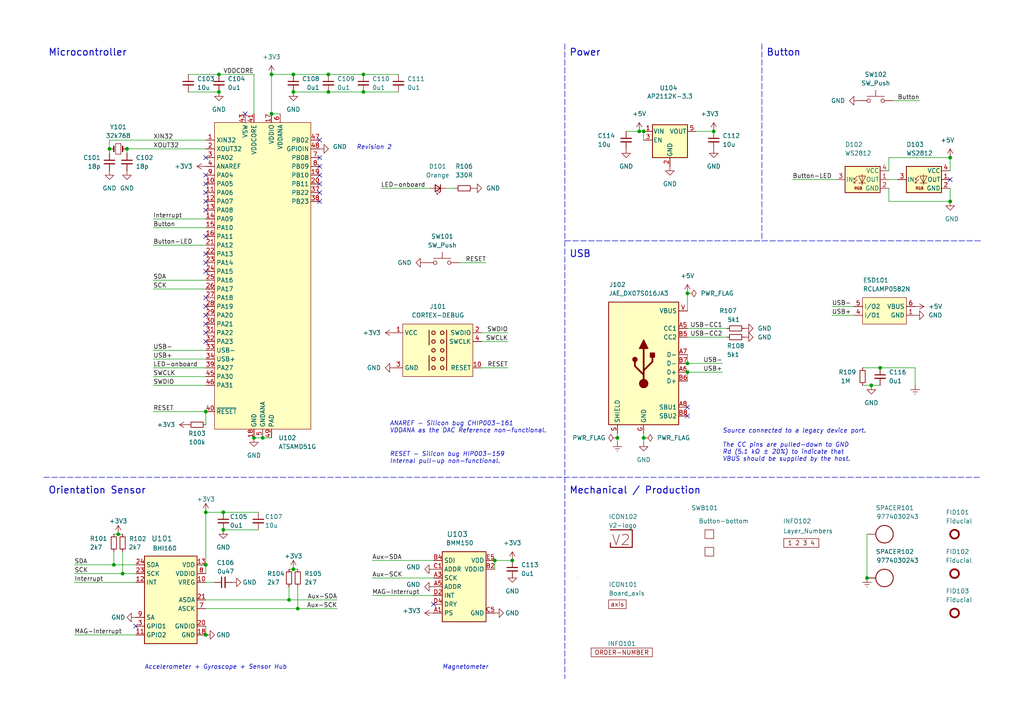
<source format=kicad_sch>
(kicad_sch (version 20231120) (generator "eeschema") (generator_version "8.0")
  (paper "A4")
  (title_block (title "V2 axis") (date "2023-01-07") (rev "2") (company "Versio Duo") (comment 1 "Orientation Sensor"))
  (lib_symbols
    (symbol "Device:C_Small" (pin_numbers hide) (pin_names (offset 0.254) hide)
      (property "Reference" "C" (at 0.254 1.778 0))
      (property "Value" "C_Small" (at 0.254 -2.032 0))
      (symbol "C_Small_0_1"
        (polyline (pts (xy -1.524 -0.508) (xy 1.524 -0.508)) (stroke (width 0.3302)))
        (polyline (pts (xy -1.524 0.508) (xy 1.524 0.508)) (stroke (width 0.3048)))
      )
      (symbol "C_Small_1_1"
        (pin passive line (at 0 2.54 270) (length 2.032) (name "~") (number "1"))
        (pin passive line (at 0 -2.54 90) (length 2.032) (name "~") (number "2"))
      )
    )
    (symbol "Device:Crystal_Small" (pin_numbers hide) (pin_names (offset 1.016) hide)
      (property "Reference" "Y" (at 0 2.54 0))
      (property "Value" "Crystal_Small" (at 0 -2.54 0))
      (symbol "Crystal_Small_0_1"
        (rectangle (start -0.762 -1.524) (end 0.762 1.524))
        (polyline (pts (xy -1.27 -0.762) (xy -1.27 0.762)) (stroke (width 0.381)))
        (polyline (pts (xy 1.27 -0.762) (xy 1.27 0.762)) (stroke (width 0.381)))
      )
      (symbol "Crystal_Small_1_1"
        (pin passive line (at -2.54 0 0) (length 1.27) (name "1") (number "1"))
        (pin passive line (at 2.54 0 180) (length 1.27) (name "2") (number "2"))
      )
    )
    (symbol "Device:LED_Small" (pin_numbers hide) (pin_names (offset 0.254) hide)
      (property "Reference" "D" (at -1.27 3.175 0))
      (property "Value" "LED_Small" (at -4.445 -2.54 0))
      (symbol "LED_Small_0_1"
        (polyline (pts (xy -0.762 -1.016) (xy -0.762 1.016)) (stroke (width 0.254)))
        (polyline (pts (xy 1.016 0) (xy -0.762 0)))
        (polyline (pts (xy 0.762 -1.016) (xy -0.762 0) (xy 0.762 1.016) (xy 0.762 -1.016)) (stroke (width 0.254)))
        (polyline (pts (xy 0 0.762) (xy -0.508 1.27) (xy -0.254 1.27) (xy -0.508 1.27) (xy -0.508 1.016)))
        (polyline (pts (xy 0.508 1.27) (xy 0 1.778) (xy 0.254 1.778) (xy 0 1.778) (xy 0 1.524)))
      )
      (symbol "LED_Small_1_1"
        (pin passive line (at -2.54 0 0) (length 1.778) (name "K") (number "1"))
        (pin passive line (at 2.54 0 180) (length 1.778) (name "A") (number "2"))
      )
    )
    (symbol "Device:R_Small" (pin_numbers hide) (pin_names (offset 0.254) hide)
      (property "Reference" "R" (at 0.762 0.508 0))
      (property "Value" "R_Small" (at 0.762 -1.016 0))
      (symbol "R_Small_0_1"
        (rectangle (start -0.762 1.778) (end 0.762 -1.778) (stroke (width 0.2032)))
      )
      (symbol "R_Small_1_1"
        (pin passive line (at 0 2.54 270) (length 0.762) (name "~") (number "1"))
        (pin passive line (at 0 -2.54 90) (length 0.762) (name "~") (number "2"))
      )
    )
    (symbol "Regulator_Linear:AP2112K-3.3" (pin_names (offset 0.254))
      (property "Reference" "U" (at -5.08 5.715 0))
      (property "Value" "AP2112K-3.3" (at 0 5.715 0))
      (symbol "AP2112K-3.3_0_1"
        (rectangle (start -5.08 4.445) (end 5.08 -5.08) (stroke (width 0.254)) (fill (type background)))
      )
      (symbol "AP2112K-3.3_1_1"
        (pin power_in line (at -7.62 2.54 0) (length 2.54) (name "VIN") (number "1"))
        (pin power_in line (at 0 -7.62 90) (length 2.54) (name "GND") (number "2"))
        (pin input line (at -7.62 0 0) (length 2.54) (name "EN") (number "3"))
        (pin no_connect line (at 5.08 0 180) (length 2.54) hide (name "NC") (number "4"))
        (pin power_out line (at 7.62 2.54 180) (length 2.54) (name "VOUT") (number "5"))
      )
    )
    (symbol "Switch:SW_Push" (pin_numbers hide) (pin_names (offset 1.016) hide)
      (property "Reference" "SW" (at 1.27 2.54 0))
      (property "Value" "SW_Push" (at 0 -1.524 0))
      (symbol "SW_Push_0_1"
        (circle (center -2.032 0) (radius 0.508))
        (polyline (pts (xy 0 1.27) (xy 0 3.048)))
        (polyline (pts (xy 2.54 1.27) (xy -2.54 1.27)))
        (circle (center 2.032 0) (radius 0.508))
        (pin passive line (at -5.08 0 0) (length 2.54) (name "1") (number "1"))
        (pin passive line (at 5.08 0 180) (length 2.54) (name "2") (number "2"))
      )
    )
    (symbol "V2_Artwork:Board_axis" (in_bom no)
      (property "Reference" "ICON" (at 0 2.54 0))
      (symbol "Board_axis_0_0"
        (rectangle (start -11.43 7.62) (end -11.43 7.62))
        (rectangle (start 2.54 -1.27) (end -2.54 1.27))
        (text "axis" (at 0 0 0) (effects (font (size 1.27 1.27))))
      )
    )
    (symbol "V2_Artwork:V2-logo" (in_bom no)
      (property "Reference" "ICON" (at -3.302 3.81 0))
      (symbol "V2-logo_1_0"
        (polyline (pts (xy -3.302 2.54) (xy 3.048 2.54) (xy 3.048 -2.54) (xy -3.302 -2.54) (xy -3.302 -1.27)) (stroke (width 0.3)))
        (text "V2" (at -0.2055 -0.4053 0) (effects (font (size 3 3))))
      )
    )
    (symbol "V2_Bosch_Sensortec:BHI160"
      (property "Reference" "U" (at 0 17.78 0))
      (property "Value" "BHI160" (at 0 15.24 0))
      (symbol "BHI160_1_1"
        (rectangle (start -7.62 12.7) (end 7.62 -12.7) (stroke (width 0.254)) (fill (type background)))
        (pin no_connect line (at 0 -20.32 180) (length 2.54) hide (name "NC") (number "1"))
        (pin power_out line (at 10.16 5.08 180) (length 2.54) (name "VREG") (number "10"))
        (pin bidirectional line (at -10.16 -10.16 0) (length 2.54) (name "GPIO2") (number "11"))
        (pin output line (at -10.16 5.08 0) (length 2.54) (name "INT") (number "12"))
        (pin power_in line (at 10.16 10.16 180) (length 2.54) (name "VDD") (number "13"))
        (pin no_connect line (at 0 -33.02 180) (length 2.54) hide (name "NC") (number "14"))
        (pin no_connect line (at 0 -35.56 180) (length 2.54) hide (name "NC") (number "15"))
        (pin no_connect line (at 0 -38.1 180) (length 2.54) hide (name "NC") (number "16"))
        (pin no_connect line (at 0 -40.64 180) (length 2.54) hide (name "NC") (number "17"))
        (pin power_in line (at 10.16 -10.16 180) (length 2.54) (name "GND") (number "18"))
        (pin no_connect line (at 0 -43.18 180) (length 2.54) hide (name "NC") (number "19"))
        (pin no_connect line (at 0 -22.86 180) (length 2.54) hide (name "DNC") (number "2"))
        (pin power_in line (at 10.16 -7.62 180) (length 2.54) (name "GNDIO") (number "20"))
        (pin bidirectional line (at 10.16 0 180) (length 2.54) (name "ASDA") (number "21"))
        (pin no_connect line (at 0 -45.72 180) (length 2.54) hide (name "RESV4") (number "22"))
        (pin bidirectional line (at -10.16 7.62 0) (length 2.54) (name "SCK") (number "23"))
        (pin bidirectional line (at -10.16 10.16 0) (length 2.54) (name "SDA") (number "24"))
        (pin bidirectional line (at -10.16 -7.62 0) (length 2.54) (name "GPIO1") (number "3"))
        (pin no_connect line (at 0 -25.4 180) (length 2.54) hide (name "RESV2") (number "4"))
        (pin no_connect line (at 0 -27.94 180) (length 2.54) hide (name "RESV3") (number "5"))
        (pin no_connect line (at 0 -30.48 180) (length 2.54) hide (name "NC") (number "6"))
        (pin bidirectional line (at 10.16 -2.54 180) (length 2.54) (name "ASCK") (number "7"))
        (pin power_in line (at 10.16 7.62 180) (length 2.54) (name "VDDIO") (number "8"))
        (pin passive line (at -10.16 -5.08 0) (length 2.54) (name "SA") (number "9"))
      )
    )
    (symbol "V2_Bosch_Sensortec:BMM150"
      (property "Reference" "U" (at 0 16.51 0))
      (property "Value" "BMM150" (at 0 13.97 0))
      (symbol "BMM150_1_1"
        (rectangle (start -6.35 11.43) (end 6.35 -8.89) (stroke (width 0.254)) (fill (type background)))
        (pin passive line (at -8.89 -6.35 0) (length 2.54) (name "PS") (number "A1"))
        (pin input line (at -8.89 3.81 0) (length 2.54) (name "SCK") (number "A3"))
        (pin passive line (at -8.89 1.27 0) (length 2.54) (name "CSB") (number "A5") (alternate "ADDR" passive line))
        (pin power_in line (at 8.89 6.35 180) (length 2.54) (name "VDDIO") (number "B2"))
        (pin bidirectional line (at -8.89 8.89 0) (length 2.54) (name "SDI") (number "B4"))
        (pin bidirectional line (at -8.89 6.35 0) (length 2.54) (name "SDO") (number "C1") (alternate "ADDR" passive line))
        (pin power_in line (at 8.89 -6.35 180) (length 2.54) (name "GND") (number "C5"))
        (pin output line (at -8.89 -1.27 0) (length 2.54) (name "INT") (number "D2"))
        (pin output line (at -8.89 -3.81 0) (length 2.54) (name "DRY") (number "D4"))
        (pin passive line (at 8.89 -6.35 180) (length 2.54) hide (name "GND") (number "E1"))
        (pin passive line (at 8.89 -6.35 180) (length 2.54) hide (name "GND") (number "E3"))
        (pin power_in line (at 8.89 8.89 180) (length 2.54) (name "VDD") (number "E5"))
      )
    )
    (symbol "V2_Connector_USB:JAE_DX07S016JA3"
      (property "Reference" "J" (at -10.16 22.86 0))
      (property "Value" "USB-C_2.0" (at -10.16 20.5 0))
      (symbol "JAE_DX07S016JA3_0_1"
        (rectangle (start -10.16 17.78) (end 10.16 -17.78) (stroke (width 0.254)) (fill (type background)))
        (circle (center -2.54 1.143) (radius 0.635) (stroke (width 0.254)) (fill (type outline)))
        (circle (center 0 -5.842) (radius 1.27) (fill (type outline)))
        (polyline (pts (xy 0 -5.842) (xy 0 4.318)) (stroke (width 0.508)))
        (polyline (pts (xy 0 -3.302) (xy -2.54 -0.762) (xy -2.54 0.508)) (stroke (width 0.508)))
        (polyline (pts (xy 0 -2.032) (xy 2.54 0.508) (xy 2.54 1.778)) (stroke (width 0.508)))
        (polyline (pts (xy -1.27 4.318) (xy 0 6.858) (xy 1.27 4.318) (xy -1.27 4.318)) (stroke (width 0.254)) (fill (type outline)))
        (rectangle (start 1.905 1.778) (end 3.175 3.048) (stroke (width 0.254)) (fill (type outline)))
      )
      (symbol "JAE_DX07S016JA3_1_1"
        (pin bidirectional line (at 12.7 10.16 180) (length 2.54) (name "CC1") (number "A5"))
        (pin bidirectional line (at 12.7 -2.54 180) (length 2.54) (name "D+") (number "A6"))
        (pin bidirectional line (at 12.7 2.54 180) (length 2.54) (name "D-") (number "A7"))
        (pin bidirectional line (at 12.7 -12.7 180) (length 2.54) (name "SBU1") (number "A8"))
        (pin bidirectional line (at 12.7 7.62 180) (length 2.54) (name "CC2") (number "B5"))
        (pin bidirectional line (at 12.7 -5.08 180) (length 2.54) (name "D+") (number "B6"))
        (pin bidirectional line (at 12.7 0 180) (length 2.54) (name "D-") (number "B7"))
        (pin bidirectional line (at 12.7 -15.24 180) (length 2.54) (name "SBU2") (number "B8"))
        (pin passive line (at 0 -20.32 90) (length 2.54) (name "GND") (number "G"))
        (pin passive line (at -7.62 -20.32 90) (length 2.54) (name "SHIELD") (number "S"))
        (pin passive line (at 12.7 15.24 180) (length 2.54) (name "VBUS") (number "V"))
      )
    )
    (symbol "V2_Cortex_Debug:Cortex_Debug" (in_bom no)
      (property "Reference" "J" (at -8.89 11.43 0))
      (property "Value" "Cortex_Debug" (at -8.89 8.89 0))
      (symbol "Cortex_Debug_1_0"
        (circle (center 0 -5.08) (radius 0.508) (stroke (width 0.254)))
        (circle (center 0 -2.54) (radius 0.508) (stroke (width 0.254)))
        (polyline (pts (xy -1.27 -1.524) (xy -1.27 -5.842)) (stroke (width 0.254)))
        (polyline (pts (xy -1.27 5.842) (xy -1.27 1.524)) (stroke (width 0.254)))
        (polyline (pts (xy 3.81 -5.842) (xy 3.81 5.842)) (stroke (width 0.254)))
        (circle (center 0 0) (radius 0.508) (stroke (width 0.254)))
        (circle (center 0 2.54) (radius 0.508) (stroke (width 0.254)))
        (circle (center 0 5.08) (radius 0.508) (stroke (width 0.254)))
        (circle (center 2.54 -5.08) (radius 0.508) (stroke (width 0.254)))
        (circle (center 2.54 -2.54) (radius 0.508) (stroke (width 0.254)))
        (circle (center 2.54 0) (radius 0.508) (stroke (width 0.254)))
        (circle (center 2.54 2.54) (radius 0.508) (stroke (width 0.254)))
        (circle (center 2.54 5.08) (radius 0.508) (stroke (width 0.254)))
        (pin power_in line (at -11.43 5.08 0) (length 2.54) (name "VCC") (number "1"))
        (pin input line (at 13.97 -5.08 180) (length 2.54) (name "RESET") (number "10"))
        (pin bidirectional line (at 13.97 5.08 180) (length 2.54) (name "SWDIO") (number "2"))
        (pin power_in line (at -11.43 -5.08 0) (length 2.54) (name "GND") (number "3"))
        (pin input line (at 13.97 2.54 180) (length 2.54) (name "SWCLK") (number "4"))
        (pin passive line (at -11.43 -5.08 0) (length 2.54) hide (name "GND") (number "5"))
      )
      (symbol "Cortex_Debug_1_1"
        (rectangle (start -8.89 7.62) (end 11.43 -7.62) (fill (type background)))
      )
    )
    (symbol "V2_ESD_Suppressor:RCLAMP0582N"
      (property "Reference" "ESD" (at -6.35 6.35 0))
      (property "Value" "RCLAMP0582N" (at -6.35 3.81 0))
      (symbol "RCLAMP0582N_0_1"
        (rectangle (start -6.35 2.54) (end 6.35 -5.08) (fill (type background)))
      )
      (symbol "RCLAMP0582N_1_0"
        (pin power_in line (at 8.89 -2.54 180) (length 2.54) (name "GND") (number "1"))
        (pin no_connect line (at 2.54 -10.16 0) (length 2.54) hide (name "") (number "3"))
        (pin bidirectional line (at -8.89 -2.54 0) (length 2.54) (name "I/O1") (number "4"))
        (pin bidirectional line (at -8.89 0 0) (length 2.54) (name "I/O2") (number "5"))
        (pin power_in line (at 8.89 0 180) (length 2.54) (name "VBUS") (number "6"))
      )
      (symbol "RCLAMP0582N_1_1"
        (pin no_connect line (at 2.54 -7.62 0) (length 2.54) hide (name "") (number "2"))
      )
    )
    (symbol "V2_LED:WS2812" (pin_names (offset 0.254))
      (property "Reference" "D3" (at 0 11.43 0))
      (property "Value" "WS2812" (at 0 8.89 0))
      (symbol "WS2812_0_0"
        (text "RGB" (at -1.27 -1.27 0) (effects (font (size 0.762 0.762))))
      )
      (symbol "WS2812_0_1"
        (rectangle (start -5.08 5.08) (end 5.08 -2.54) (stroke (width 0.254)) (fill (type background)))
        (polyline (pts (xy -2.54 0.254) (xy -2.032 0.254)))
        (polyline (pts (xy -2.54 1.27) (xy -2.032 1.27)))
        (polyline (pts (xy 0.889 0.254) (xy -1.143 0.254)))
        (polyline (pts (xy -1.524 1.27) (xy -2.54 0.254) (xy -2.54 0.762)))
        (polyline (pts (xy -1.524 2.286) (xy -2.54 1.27) (xy -2.54 1.778)))
        (polyline (pts (xy -0.127 2.794) (xy -0.127 0.254) (xy -0.127 -0.254)))
        (polyline (pts (xy 0.889 2.286) (xy -1.143 2.286) (xy -0.127 0.254) (xy 0.889 2.286)))
      )
      (symbol "WS2812_1_1"
        (pin output line (at 7.62 1.27 180) (length 2.54) (name "OUT") (number "1"))
        (pin power_in line (at 7.62 -1.27 180) (length 2.54) (name "GND") (number "2"))
        (pin input line (at -7.62 1.27 0) (length 2.54) (name "IN") (number "3"))
        (pin power_in line (at 7.62 3.81 180) (length 2.54) (name "VCC") (number "4"))
      )
    )
    (symbol "V2_MCU_Microchip_SAMD:ATSAMD51G"
      (property "Reference" "U" (at 8.8392 -47.2948 0))
      (property "Value" "ATSAMD51G" (at 13.8684 -51.8668 0))
      (symbol "ATSAMD51G_0_1"
        (rectangle (start -13.97 44.45) (end 13.97 -44.45) (fill (type background)))
      )
      (symbol "ATSAMD51G_1_1"
        (pin bidirectional line (at -16.51 39.37 0) (length 2.54) (name "PA00") (number "1") (alternate "XIN32" input line))
        (pin bidirectional line (at -16.51 26.67 0) (length 2.54) (name "PA05") (number "10"))
        (pin bidirectional line (at -16.51 24.13 0) (length 2.54) (name "PA06") (number "11"))
        (pin bidirectional line (at -16.51 21.59 0) (length 2.54) (name "PA07") (number "12"))
        (pin bidirectional line (at -16.51 19.05 0) (length 2.54) (name "PA08") (number "13"))
        (pin bidirectional line (at -16.51 16.51 0) (length 2.54) (name "PA09") (number "14"))
        (pin bidirectional line (at -16.51 13.97 0) (length 2.54) (name "PA10") (number "15"))
        (pin bidirectional line (at -16.51 11.43 0) (length 2.54) (name "PA11") (number "16"))
        (pin power_in line (at 2.54 46.99 270) (length 2.54) (name "VDDIO") (number "17"))
        (pin power_in line (at -2.54 -46.99 90) (length 2.54) (name "GND") (number "18"))
        (pin bidirectional line (at 16.51 29.21 180) (length 2.54) (name "PB10") (number "19"))
        (pin bidirectional line (at -16.51 36.83 0) (length 2.54) (name "PA01") (number "2") (alternate "XOUT32" output line))
        (pin bidirectional line (at 16.51 26.67 180) (length 2.54) (name "PB11") (number "20"))
        (pin bidirectional line (at -16.51 8.89 0) (length 2.54) (name "PA12") (number "21"))
        (pin bidirectional line (at -16.51 6.35 0) (length 2.54) (name "PA13") (number "22"))
        (pin bidirectional line (at -16.51 3.81 0) (length 2.54) (name "PA14") (number "23"))
        (pin bidirectional line (at -16.51 1.27 0) (length 2.54) (name "PA15") (number "24"))
        (pin bidirectional line (at -16.51 -1.27 0) (length 2.54) (name "PA16") (number "25"))
        (pin bidirectional line (at -16.51 -3.81 0) (length 2.54) (name "PA17") (number "26"))
        (pin bidirectional line (at -16.51 -6.35 0) (length 2.54) (name "PA18") (number "27"))
        (pin bidirectional line (at -16.51 -8.89 0) (length 2.54) (name "PA19") (number "28"))
        (pin bidirectional line (at -16.51 -11.43 0) (length 2.54) (name "PA20") (number "29"))
        (pin bidirectional line (at -16.51 34.29 0) (length 2.54) (name "PA02") (number "3"))
        (pin bidirectional line (at -16.51 -13.97 0) (length 2.54) (name "PA21") (number "30"))
        (pin bidirectional line (at -16.51 -16.51 0) (length 2.54) (name "PA22") (number "31"))
        (pin bidirectional line (at -16.51 -19.05 0) (length 2.54) (name "PA23") (number "32"))
        (pin bidirectional line (at -16.51 -21.59 0) (length 2.54) (name "PA24") (number "33") (alternate "USB-" bidirectional line))
        (pin bidirectional line (at -16.51 -24.13 0) (length 2.54) (name "PA25") (number "34") (alternate "USB+" bidirectional line))
        (pin passive line (at -2.54 -46.99 90) (length 2.54) hide (name "GND") (number "35"))
        (pin passive line (at 2.54 46.99 270) (length 2.54) hide (name "VDDIO") (number "36"))
        (pin bidirectional line (at 16.51 24.13 180) (length 2.54) (name "PB22") (number "37"))
        (pin bidirectional line (at 16.51 21.59 180) (length 2.54) (name "PB23") (number "38"))
        (pin bidirectional line (at -16.51 -26.67 0) (length 2.54) (name "PA27") (number "39"))
        (pin bidirectional line (at -16.51 31.75 0) (length 2.54) (name "PA03") (number "4") (alternate "ANAREF" input line))
        (pin input line (at -16.51 -39.37 0) (length 2.54) (name "~{RESET}") (number "40"))
        (pin power_out line (at -2.54 46.99 270) (length 2.54) (name "VDDCORE") (number "41"))
        (pin passive line (at -2.54 -46.99 90) (length 2.54) hide (name "GND") (number "42"))
        (pin power_in line (at -5.08 46.99 270) (length 2.54) (name "VSW") (number "43"))
        (pin passive line (at 2.54 46.99 270) (length 2.54) hide (name "VDDIO") (number "44"))
        (pin bidirectional line (at -16.51 -29.21 0) (length 2.54) (name "PA30") (number "45"))
        (pin bidirectional line (at -16.51 -31.75 0) (length 2.54) (name "PA31") (number "46"))
        (pin bidirectional line (at 16.51 39.37 180) (length 2.54) (name "PB02") (number "47"))
        (pin bidirectional line (at 16.51 36.83 180) (length 2.54) (name "PB03") (number "48") (alternate "GPIOIN" input line))
        (pin power_in line (at 2.54 -46.99 90) (length 2.54) (name "PAD") (number "49"))
        (pin power_in line (at 0 -46.99 90) (length 2.54) (name "GNDANA") (number "5"))
        (pin power_in line (at 5.08 46.99 270) (length 2.54) (name "VDDANA") (number "6"))
        (pin bidirectional line (at 16.51 34.29 180) (length 2.54) (name "PB08") (number "7"))
        (pin bidirectional line (at 16.51 31.75 180) (length 2.54) (name "PB09") (number "8"))
        (pin bidirectional line (at -16.51 29.21 0) (length 2.54) (name "PA04") (number "9"))
      )
    )
    (symbol "V2_Mechanical:Fiducial_Paste" (in_bom no)
      (property "Reference" "FID" (at 0 5.08 0))
      (property "Value" "Fiducial_Paste" (at 0 3.175 0))
      (symbol "Fiducial_Paste_0_1"
        (circle (center 0 0) (radius 1.27) (stroke (width 0.508)))
      )
    )
    (symbol "V2_PCB_Devices:Button-bottom" (in_bom no)
      (property "Reference" "SWB1" (at -2.54 3.81 0))
      (property "Value" "Button-bottom" (at -6.35 -3.81 0))
      (symbol "Button-bottom_0_1"
        (rectangle (start -3.81 1.27) (end -1.27 -1.27))
        (rectangle (start 1.27 1.27) (end 3.81 -1.27))
      )
    )
    (symbol "V2_Production:Layer_Numbers" (in_bom no)
      (property "Reference" "INFO" (at 0 3.81 0))
      (property "Value" "Layer_Numbers" (at 0 -3.81 0))
      (symbol "Layer_Numbers_0_0"
        (text "1 2 3 4" (at 0 0 0) (effects (font (size 1.27 1.27))))
      )
      (symbol "Layer_Numbers_0_1"
        (rectangle (start -5.08 1.27) (end 5.08 -1.27))
      )
    )
    (symbol "V2_Production:Order_Number" (in_bom no)
      (property "Reference" "INFO" (at 0 2.54 0))
      (symbol "Order_Number_0_0"
        (text "ORDER-NUMBER" (at 0 0 0) (effects (font (size 1.27 1.27))))
      )
      (symbol "Order_Number_0_1"
        (rectangle (start -8.89 1.27) (end 8.89 -1.27))
      )
    )
    (symbol "V2_Spacer_Wurth:9774030243" (pin_numbers hide) (pin_names hide)
      (property "Reference" "SPACER" (at 0 7.62 0))
      (property "Value" "9774030243" (at 0 5.08 0))
      (symbol "9774030243_1_0"
        (circle (center 0 0) (radius 2.54) (stroke (width 0.254)))
        (pin passive line (at -5.08 0 0) (length 2.54) (name "1") (number "1"))
      )
    )
    (symbol "power:+3V3" (power) (pin_names (offset 0))
      (property "Value" "+3V3" (at 0 3.556 0))
      (symbol "+3V3_0_1"
        (polyline (pts (xy -0.762 1.27) (xy 0 2.54)))
        (polyline (pts (xy 0 0) (xy 0 2.54)))
        (polyline (pts (xy 0 2.54) (xy 0.762 1.27)))
      )
      (symbol "+3V3_1_1"
        (pin power_in line (at 0 0 90) (length 0) hide (name "+3V3") (number "1"))
      )
    )
    (symbol "power:+5V" (power) (pin_names (offset 0))
      (property "Value" "+5V" (at 0 3.556 0))
      (symbol "+5V_0_1"
        (polyline (pts (xy -0.762 1.27) (xy 0 2.54)))
        (polyline (pts (xy 0 0) (xy 0 2.54)))
        (polyline (pts (xy 0 2.54) (xy 0.762 1.27)))
      )
      (symbol "+5V_1_1"
        (pin power_in line (at 0 0 90) (length 0) hide (name "+5V") (number "1"))
      )
    )
    (symbol "power:Earth" (power) (pin_names (offset 0))
      (symbol "Earth_0_1"
        (polyline (pts (xy -0.635 -1.905) (xy 0.635 -1.905)))
        (polyline (pts (xy -0.127 -2.54) (xy 0.127 -2.54)))
        (polyline (pts (xy 0 -1.27) (xy 0 0)))
        (polyline (pts (xy 1.27 -1.27) (xy -1.27 -1.27)))
      )
      (symbol "Earth_1_1"
        (pin power_in line (at 0 0 270) (length 0) hide (name "Earth") (number "1"))
      )
    )
    (symbol "power:GND" (power) (pin_names (offset 0))
      (property "Value" "GND" (at 0 -3.81 0))
      (symbol "GND_0_1"
        (polyline (pts (xy 0 0) (xy 0 -1.27) (xy 1.27 -1.27) (xy 0 -2.54) (xy -1.27 -1.27) (xy 0 -1.27)))
      )
      (symbol "GND_1_1"
        (pin power_in line (at 0 0 270) (length 0) hide (name "GND") (number "1"))
      )
    )
    (symbol "power:PWR_FLAG" (power) (pin_numbers hide) (pin_names (offset 0) hide)
      (property "Value" "PWR_FLAG" (at 0 3.81 0))
      (symbol "PWR_FLAG_0_0"
        (pin power_out line (at 0 0 90) (length 0) (name "pwr") (number "1"))
      )
      (symbol "PWR_FLAG_0_1"
        (polyline (pts (xy 0 0) (xy 0 1.27) (xy -1.016 1.905) (xy 0 2.54) (xy 1.016 1.905) (xy 0 1.27)))
      )
    )
  )
  (junction (at 83.82 173.99))
  (junction (at 59.69 163.83))
  (junction (at 95.25 21.59))
  (junction (at 34.29 154.94))
  (junction (at 59.69 119.38))
  (junction (at 252.73 111.76))
  (junction (at 76.2 127))
  (junction (at 275.59 58.42))
  (junction (at 63.5 21.59))
  (junction (at 186.69 127))
  (junction (at 251.46 167.64))
  (junction (at 85.09 26.67))
  (junction (at 64.77 148.59))
  (junction (at 105.41 26.67))
  (junction (at 73.66 127))
  (junction (at 199.39 105.41))
  (junction (at 36.83 43.18))
  (junction (at 199.39 85.09))
  (junction (at 64.77 153.67))
  (junction (at 85.09 165.1))
  (junction (at 105.41 21.59))
  (junction (at 148.59 162.56))
  (junction (at 85.09 21.59))
  (junction (at 95.25 26.67))
  (junction (at 255.27 106.68))
  (junction (at 33.02 163.83))
  (junction (at 143.51 162.56))
  (junction (at 31.75 43.18))
  (junction (at 185.42 38.1))
  (junction (at 275.59 45.72))
  (junction (at 78.74 21.59))
  (junction (at 86.36 176.53))
  (junction (at 179.07 127))
  (junction (at 59.69 184.15))
  (junction (at 63.5 26.67))
  (junction (at 186.69 38.1))
  (junction (at 207.01 38.1))
  (junction (at 199.39 107.95))
  (junction (at 35.56 166.37))
  (junction (at 59.69 148.59))
  (junction (at 78.74 33.02))
  (no_connect (at 39.37 181.61))
  (no_connect (at 59.69 88.9))
  (no_connect (at 275.59 52.07))
  (no_connect (at 199.39 118.11))
  (no_connect (at 199.39 120.65))
  (no_connect (at 59.69 53.34))
  (no_connect (at 59.69 55.88))
  (no_connect (at 59.69 58.42))
  (no_connect (at 59.69 60.96))
  (no_connect (at 59.69 68.58))
  (no_connect (at 59.69 50.8))
  (no_connect (at 59.69 45.72))
  (no_connect (at 59.69 78.74))
  (no_connect (at 59.69 76.2))
  (no_connect (at 59.69 73.66))
  (no_connect (at 59.69 86.36))
  (no_connect (at 92.71 50.8))
  (no_connect (at 92.71 53.34))
  (no_connect (at 92.71 58.42))
  (no_connect (at 92.71 55.88))
  (no_connect (at 92.71 48.26))
  (no_connect (at 92.71 45.72))
  (no_connect (at 92.71 40.64))
  (no_connect (at 125.73 175.26))
  (no_connect (at 71.12 33.02))
  (no_connect (at 59.69 96.52))
  (no_connect (at 59.69 93.98))
  (no_connect (at 59.69 91.44))
  (no_connect (at 59.69 99.06))
  (wire (pts (xy 86.36 176.53) (xy 97.79 176.53)))
  (wire (pts (xy 186.69 127) (xy 186.69 125.73)))
  (wire (pts (xy 252.73 111.76) (xy 255.27 111.76)))
  (wire (pts (xy 181.61 38.1) (xy 185.42 38.1)))
  (wire (pts (xy 21.59 166.37) (xy 35.56 166.37)))
  (wire (pts (xy 78.74 21.59) (xy 78.74 33.02)))
  (wire (pts (xy 63.5 26.67) (xy 54.61 26.67)))
  (wire (pts (xy 257.81 49.53) (xy 257.81 45.72)))
  (wire (pts (xy 199.39 102.87) (xy 199.39 105.41)))
  (wire (pts (xy 257.81 52.07) (xy 260.35 52.07)))
  (wire (pts (xy 59.69 148.59) (xy 59.69 163.83)))
  (wire (pts (xy 59.69 148.59) (xy 64.77 148.59)))
  (wire (pts (xy 148.59 167.64) (xy 148.59 166.37)))
  (wire (pts (xy 179.07 127) (xy 179.07 125.73)))
  (polyline (pts (xy 12.7 138.43) (xy 284.48 138.43)) (stroke (width 0) (type dash)))
  (wire (pts (xy 185.42 38.1) (xy 186.69 38.1)))
  (wire (pts (xy 257.81 45.72) (xy 275.59 45.72)))
  (wire (pts (xy 250.19 106.68) (xy 255.27 106.68)))
  (wire (pts (xy 63.5 21.59) (xy 73.66 21.59)))
  (wire (pts (xy 33.02 154.94) (xy 34.29 154.94)))
  (wire (pts (xy 107.95 162.56) (xy 125.73 162.56)))
  (wire (pts (xy 33.02 163.83) (xy 39.37 163.83)))
  (wire (pts (xy 139.7 96.52) (xy 147.32 96.52)))
  (wire (pts (xy 64.77 153.67) (xy 74.93 153.67)))
  (wire (pts (xy 83.82 170.18) (xy 83.82 173.99)))
  (wire (pts (xy 199.39 107.95) (xy 209.55 107.95)))
  (wire (pts (xy 44.45 111.76) (xy 59.69 111.76)))
  (wire (pts (xy 31.75 43.18) (xy 31.75 44.45)))
  (wire (pts (xy 143.51 162.56) (xy 148.59 162.56)))
  (wire (pts (xy 59.69 163.83) (xy 59.69 166.37)))
  (wire (pts (xy 107.95 167.64) (xy 125.73 167.64)))
  (wire (pts (xy 257.81 58.42) (xy 275.59 58.42)))
  (wire (pts (xy 186.69 128.27) (xy 186.69 127)))
  (wire (pts (xy 179.07 128.27) (xy 179.07 127)))
  (wire (pts (xy 85.09 165.1) (xy 86.36 165.1)))
  (wire (pts (xy 95.25 26.67) (xy 105.41 26.67)))
  (wire (pts (xy 44.45 119.38) (xy 59.69 119.38)))
  (wire (pts (xy 73.66 127) (xy 76.2 127)))
  (wire (pts (xy 35.56 166.37) (xy 39.37 166.37)))
  (wire (pts (xy 35.56 160.02) (xy 35.56 166.37)))
  (wire (pts (xy 44.45 66.04) (xy 59.69 66.04)))
  (wire (pts (xy 78.74 33.02) (xy 81.28 33.02)))
  (wire (pts (xy 83.82 165.1) (xy 85.09 165.1)))
  (wire (pts (xy 255.27 106.68) (xy 265.43 106.68)))
  (wire (pts (xy 44.45 63.5) (xy 59.69 63.5)))
  (wire (pts (xy 199.39 107.95) (xy 199.39 110.49)))
  (wire (pts (xy 21.59 168.91) (xy 39.37 168.91)))
  (wire (pts (xy 59.69 119.38) (xy 59.69 123.19)))
  (wire (pts (xy 229.87 52.07) (xy 242.57 52.07)))
  (wire (pts (xy 199.39 105.41) (xy 209.55 105.41)))
  (wire (pts (xy 133.35 76.2) (xy 140.97 76.2)))
  (wire (pts (xy 73.66 33.02) (xy 73.66 21.59)))
  (wire (pts (xy 59.69 181.61) (xy 59.69 184.15)))
  (wire (pts (xy 275.59 54.61) (xy 275.59 58.42)))
  (wire (pts (xy 107.95 172.72) (xy 125.73 172.72)))
  (wire (pts (xy 143.51 162.56) (xy 143.51 165.1)))
  (wire (pts (xy 241.3 88.9) (xy 247.65 88.9)))
  (wire (pts (xy 78.74 21.59) (xy 85.09 21.59)))
  (polyline (pts (xy 163.83 69.85) (xy 284.48 69.85)) (stroke (width 0) (type dash)))
  (wire (pts (xy 129.54 54.61) (xy 132.08 54.61)))
  (wire (pts (xy 199.39 85.09) (xy 199.39 90.17)))
  (wire (pts (xy 44.45 71.12) (xy 59.69 71.12)))
  (wire (pts (xy 199.39 97.79) (xy 210.82 97.79)))
  (wire (pts (xy 251.46 154.94) (xy 251.46 167.64)))
  (wire (pts (xy 139.7 99.06) (xy 147.32 99.06)))
  (wire (pts (xy 44.45 83.82) (xy 59.69 83.82)))
  (wire (pts (xy 59.69 168.91) (xy 62.23 168.91)))
  (wire (pts (xy 85.09 21.59) (xy 95.25 21.59)))
  (wire (pts (xy 59.69 173.99) (xy 83.82 173.99)))
  (wire (pts (xy 44.45 104.14) (xy 59.69 104.14)))
  (wire (pts (xy 76.2 127) (xy 78.74 127)))
  (wire (pts (xy 85.09 26.67) (xy 95.25 26.67)))
  (wire (pts (xy 186.69 38.1) (xy 186.69 40.64)))
  (wire (pts (xy 259.08 29.21) (xy 266.7 29.21)))
  (wire (pts (xy 33.02 160.02) (xy 33.02 163.83)))
  (polyline (pts (xy 220.98 12.7) (xy 220.98 69.85)) (stroke (width 0) (type dash)))
  (wire (pts (xy 265.43 106.68) (xy 265.43 111.76)))
  (wire (pts (xy 250.19 111.76) (xy 252.73 111.76)))
  (wire (pts (xy 275.59 45.72) (xy 275.59 49.53)))
  (wire (pts (xy 21.59 184.15) (xy 39.37 184.15)))
  (wire (pts (xy 257.81 54.61) (xy 257.81 58.42)))
  (wire (pts (xy 105.41 21.59) (xy 115.57 21.59)))
  (wire (pts (xy 64.77 148.59) (xy 74.93 148.59)))
  (wire (pts (xy 44.45 81.28) (xy 59.69 81.28)))
  (wire (pts (xy 139.7 106.68) (xy 147.32 106.68)))
  (wire (pts (xy 95.25 21.59) (xy 105.41 21.59)))
  (wire (pts (xy 63.5 21.59) (xy 54.61 21.59)))
  (wire (pts (xy 86.36 170.18) (xy 86.36 176.53)))
  (wire (pts (xy 59.69 40.64) (xy 31.75 40.64)))
  (wire (pts (xy 199.39 95.25) (xy 210.82 95.25)))
  (wire (pts (xy 59.69 176.53) (xy 86.36 176.53)))
  (wire (pts (xy 36.83 43.18) (xy 36.83 44.45)))
  (polyline (pts (xy 163.83 12.7) (xy 163.83 196.85)) (stroke (width 0) (type dash)))
  (wire (pts (xy 44.45 106.68) (xy 59.69 106.68)))
  (wire (pts (xy 21.59 163.83) (xy 33.02 163.83)))
  (wire (pts (xy 44.45 109.22) (xy 59.69 109.22)))
  (wire (pts (xy 31.75 40.64) (xy 31.75 43.18)))
  (wire (pts (xy 34.29 154.94) (xy 35.56 154.94)))
  (wire (pts (xy 83.82 173.99) (xy 97.79 173.99)))
  (wire (pts (xy 59.69 43.18) (xy 36.83 43.18)))
  (wire (pts (xy 241.3 91.44) (xy 247.65 91.44)))
  (wire (pts (xy 44.45 101.6) (xy 59.69 101.6)))
  (wire (pts (xy 105.41 26.67) (xy 115.57 26.67)))
  (wire (pts (xy 110.49 54.61) (xy 124.46 54.61)))
  (wire (pts (xy 207.01 38.1) (xy 201.93 38.1)))
  (text "﻿ANAREF - Silicon bug CHIP003-161\nVDDANA as the DAC Reference non-functional." (at 113.03 125.73 0) (effects (font (size 1.27 1.27) (italic yes)) (justify left bottom)))
  (text "RESET - ﻿Silicon bug HIP003-159\nInternal pull-up non-functional." (at 113.03 134.62 0) (effects (font (size 1.27 1.27) (italic yes)) (justify left bottom)))
  (text "﻿Source connected to a legacy device port.\n\nThe CC pins are pulled-down to GND\nRd (5.1 kΩ ± 20%) to indicate that\nVBUS should be supplied by the host. " (at 209.55 133.985 0) (effects (font (size 1.27 1.27) (italic yes)) (justify left bottom)))
  (text "Button" (at 222.25 16.51 0) (effects (font (size 2 2) (thickness 0.254) (bold yes)) (justify left bottom)))
  (text "Revision 2" (at 103.3812 43.5526 0) (effects (font (size 1.27 1.27) (italic yes)) (justify left bottom)))
  (text "Mechanical / Production" (at 165.1 143.51 0) (effects (font (size 2 2) (thickness 0.254) (bold yes)) (justify left bottom)))
  (text "Magnetometer" (at 128.27 194.31 0) (effects (font (size 1.27 1.27) (italic yes)) (justify left bottom)))
  (text "Power" (at 165.1 16.51 0) (effects (font (size 2 2) (thickness 0.254) (bold yes)) (justify left bottom)))
  (text "Accelerometer + Gyroscope + Sensor Hub" (at 41.91 194.31 0) (effects (font (size 1.27 1.27) (italic yes)) (justify left bottom)))
  (text "Microcontroller" (at 13.97 16.51 0) (effects (font (size 2 2) (thickness 0.254) (bold yes)) (justify left bottom)))
  (text "USB" (at 165.1 74.93 0) (effects (font (size 2 2) (thickness 0.254) (bold yes)) (justify left bottom)))
  (text "Orientation Sensor" (at 13.97 143.51 0) (effects (font (size 2 2) (thickness 0.254) (bold yes)) (justify left bottom)))
  (label "RESET" (at 44.45 119.38 0))
  (label "Button-LED" (at 44.45 71.12 0))
  (label "XIN32" (at 44.45 40.64 0))
  (label "SWDIO" (at 147.32 96.52 180))
  (label "SWCLK" (at 44.45 109.22 0))
  (label "Aux-SCK" (at 107.95 167.64 0))
  (label "SDA" (at 44.45 81.28 0))
  (label "MAG-Interrupt" (at 107.95 172.72 0))
  (label "USB-CC1" (at 209.55 95.25 180))
  (label "RESET" (at 147.32 106.68 180))
  (label "Aux-SCK" (at 97.79 176.53 180))
  (label "XOUT32" (at 44.45 43.18 0))
  (label "SWCLK" (at 147.32 99.06 180))
  (label "Button-LED" (at 229.87 52.07 0))
  (label "Aux-SDA" (at 97.79 173.99 180))
  (label "VDDCORE" (at 64.77 21.59 0))
  (label "USB-" (at 209.55 105.41 180))
  (label "Aux-SDA" (at 107.95 162.56 0))
  (label "LED-onboard" (at 44.45 106.68 0))
  (label "USB+" (at 209.55 107.95 180))
  (label "USB+" (at 241.3 91.44 0))
  (label "LED-onboard" (at 110.49 54.61 0))
  (label "SCK" (at 44.45 83.82 0))
  (label "Interrupt" (at 21.59 168.91 0))
  (label "Interrupt" (at 44.45 63.5 0))
  (label "Button" (at 44.45 66.04 0))
  (label "RESET" (at 140.97 76.2 180))
  (label "USB-CC2" (at 209.55 97.79 180))
  (label "Button" (at 266.7 29.21 180))
  (label "USB+" (at 44.45 104.14 0))
  (label "USB-" (at 44.45 101.6 0))
  (label "MAG-Interrupt" (at 21.59 184.15 0))
  (label "SWDIO" (at 44.45 111.76 0))
  (label "SCK" (at 21.59 166.37 0))
  (label "SDA" (at 21.59 163.83 0))
  (label "USB-" (at 241.3 88.9 0))
  (symbol (lib_id "Device:R_Small") (at 213.36 95.25 90) (unit 1)
    (property "Reference" "R107" (at 213.7225 90.1341 90) (effects (justify left)))
    (property "Value" "5k1" (at 214.6299 92.71 90) (effects (justify left)))
    (property "Footprint" "Resistor_SMD:R_0603_1608Metric" (effects (hide yes)))
  )
  (symbol (lib_id "power:GND") (at 207.01 43.18 0) (unit 1)
    (property "Reference" "#PWR0144" (effects (hide yes)))
    (property "Value" "GND" (at 207.01 48.26 0))
  )
  (symbol (lib_id "Device:C_Small") (at 115.57 24.13 0) (unit 1)
    (property "Reference" "C111" (at 118.11 22.8662 0) (effects (justify left)))
    (property "Value" "0u1" (at 118.11 25.4062 0) (effects (justify left)))
    (property "Footprint" "Capacitor_SMD:C_0603_1608Metric" (effects (hide yes)))
  )
  (symbol (lib_id "power:GND") (at 275.59 58.42 0) (unit 1)
    (property "Reference" "#PWR0143" (effects (hide yes)))
    (property "Value" "GND" (at 278.13 63.4999 0) (effects (justify right)))
  )
  (symbol (lib_id "V2_ESD_Suppressor:RCLAMP0582N") (at 256.54 88.9 0) (unit 1)
    (property "Reference" "ESD101" (at 254 81.28 0))
    (property "Value" "RCLAMP0582N" (at 257.175 83.82 0))
    (property "Footprint" "V2_ESD_Suppressor:SLP1210N6" (effects (hide yes)))
  )
  (symbol (lib_id "power:+3V3") (at 207.01 38.1 0) (unit 1)
    (property "Reference" "#PWR0133" (effects (hide yes)))
    (property "Value" "+3V3" (at 203.2 33.02 0) (effects (justify left)))
  )
  (symbol (lib_id "Device:C_Small") (at 148.59 165.1 0) (unit 1)
    (property "Reference" "C113" (at 151.13 163.83 0) (effects (justify left)))
    (property "Value" "0u1" (at 151.13 166.37 0) (effects (justify left)))
    (property "Footprint" "Capacitor_SMD:C_0603_1608Metric" (effects (hide yes)))
  )
  (symbol (lib_id "Switch:SW_Push") (at 254 29.21 0) (unit 1)
    (property "Reference" "SW102" (at 254 21.59 0))
    (property "Value" "SW_Push" (at 254 24.13 0))
    (property "Footprint" "V2_Button_Switch_SMD:SKSG" (effects (hide yes)))
  )
  (symbol (lib_id "power:GND") (at 92.71 43.18 90) (unit 1)
    (property "Reference" "#PWR0116" (effects (hide yes)))
    (property "Value" "GND" (at 96.52 42.5449 90) (effects (justify right)))
  )
  (symbol (lib_id "power:GND") (at 215.9 97.79 90) (unit 1)
    (property "Reference" "#PWR0135" (effects (hide yes)))
    (property "Value" "GND" (at 219.71 97.7899 90) (effects (justify right)))
  )
  (symbol (lib_id "power:GND") (at 73.66 127 0) (unit 1)
    (property "Reference" "#PWR0112" (effects (hide yes)))
    (property "Value" "GND" (at 73.66 132.08 0))
  )
  (symbol (lib_id "power:Earth") (at 251.46 167.64 0) (unit 1)
    (property "Reference" "#PWR0137" (effects (hide yes)))
    (property "Value" "Earth" (effects (hide yes)))
  )
  (symbol (lib_id "Device:R_Small") (at 35.56 157.48 0) (unit 1)
    (property "Reference" "R102" (at 37.3802 156.2791 0) (effects (justify left)))
    (property "Value" "2k7" (at 37.2867 158.7105 0) (effects (justify left)))
    (property "Footprint" "Resistor_SMD:R_0603_1608Metric" (effects (hide yes)))
  )
  (symbol (lib_id "Device:C_Small") (at 255.27 109.22 0) (unit 1)
    (property "Reference" "C116" (at 257.81 107.9562 0) (effects (justify left)))
    (property "Value" "0u1" (at 257.81 110.4962 0) (effects (justify left)))
    (property "Footprint" "Capacitor_SMD:C_0603_1608Metric" (effects (hide yes)))
  )
  (symbol (lib_id "power:GND") (at 36.83 49.53 0) (unit 1)
    (property "Reference" "#PWR0103" (effects (hide yes)))
    (property "Value" "GND" (at 36.83 54.61 0))
  )
  (symbol (lib_id "power:+5V") (at 265.43 88.9 270) (unit 1)
    (property "Reference" "#PWR0139" (effects (hide yes)))
    (property "Value" "+5V" (at 269.24 88.8999 90) (effects (justify left)))
  )
  (symbol (lib_id "Device:LED_Small") (at 127 54.61 180) (unit 1)
    (property "Reference" "D101" (at 126.9365 48.26 0))
    (property "Value" "Orange" (at 126.9365 50.8 0))
    (property "Footprint" "LED_SMD:LED_0603_1608Metric" (effects (hide yes)))
  )
  (symbol (lib_id "power:GND") (at 63.5 26.67 0) (unit 1)
    (property "Reference" "#PWR0109" (effects (hide yes)))
    (property "Value" "GND" (at 63.5 31.75 0))
  )
  (symbol (lib_id "V2_LED:WS2812") (at 250.19 53.34 0) (unit 1)
    (property "Reference" "D102" (at 247.65 41.91 0))
    (property "Value" "WS2812" (at 248.92 44.45 0))
    (property "Footprint" "V2_LED:WS2812-2020" (effects (hide yes)))
  )
  (symbol (lib_id "V2_PCB_Devices:Button-bottom") (at 205.74 157.48 90) (unit 1) (exclude_from_sim yes) (in_bom no)
    (property "Reference" "SWB101" (at 208.28 147.32 90) (effects (justify left)))
    (property "Value" "Button-bottom" (at 217.17 151.13 90) (effects (justify left)))
    (property "Footprint" "V2_PCB_Devices:PCB_Button-bottom" (effects (hide yes)))
  )
  (symbol (lib_id "Device:C_Small") (at 207.01 40.64 0) (unit 1)
    (property "Reference" "C112" (at 209.55 39.3762 0) (effects (justify left)))
    (property "Value" "10u" (at 209.55 41.9162 0) (effects (justify left)))
    (property "Footprint" "Capacitor_SMD:C_0603_1608Metric" (effects (hide yes)))
  )
  (symbol (lib_id "power:+3V3") (at 78.74 21.59 0) (unit 1)
    (property "Reference" "#PWR0113" (effects (hide yes)))
    (property "Value" "+3V3" (at 78.74 16.51 0))
  )
  (symbol (lib_id "Device:R_Small") (at 83.82 167.64 0) (unit 1)
    (property "Reference" "R104" (at 77.47 166.37 0) (effects (justify left)))
    (property "Value" "2k7" (at 77.47 168.91 0) (effects (justify left)))
    (property "Footprint" "Resistor_SMD:R_0603_1608Metric" (effects (hide yes)))
  )
  (symbol (lib_id "power:+5V") (at 275.59 45.72 0) (unit 1)
    (property "Reference" "#PWR0142" (effects (hide yes)))
    (property "Value" "+5V" (at 276.86 40.6399 0) (effects (justify right)))
  )
  (symbol (lib_id "Device:C_Small") (at 64.77 151.13 0) (unit 1)
    (property "Reference" "C105" (at 66.675 149.86 0) (effects (justify left)))
    (property "Value" "0u1" (at 66.675 152.4 0) (effects (justify left)))
    (property "Footprint" "Capacitor_SMD:C_0603_1608Metric" (effects (hide yes)))
  )
  (symbol (lib_id "power:+3V3") (at 54.61 123.19 90) (unit 1)
    (property "Reference" "#PWR0105" (effects (hide yes)))
    (property "Value" "+3V3" (at 50.8 123.1899 90) (effects (justify left)))
  )
  (symbol (lib_id "Device:R_Small") (at 33.02 157.48 0) (unit 1)
    (property "Reference" "R101" (at 26.035 156.21 0) (effects (justify left)))
    (property "Value" "2k7" (at 26.035 158.75 0) (effects (justify left)))
    (property "Footprint" "Resistor_SMD:R_0603_1608Metric" (effects (hide yes)))
  )
  (symbol (lib_id "V2_Cortex_Debug:Cortex_Debug") (at 125.73 101.6 0) (unit 1) (exclude_from_sim yes) (in_bom no)
    (property "Reference" "J101" (at 127 88.9 0))
    (property "Value" "CORTEX-DEBUG" (at 127 91.44 0))
    (property "Footprint" "V2_Cortex_Debug:Cortex_Debug_Pad" (effects (hide yes)))
  )
  (symbol (lib_id "power:GND") (at 252.73 111.76 0) (unit 1)
    (property "Reference" "#PWR0138" (effects (hide yes)))
    (property "Value" "GND" (at 252.73 116.84 0))
  )
  (symbol (lib_id "power:GND") (at 31.75 49.53 0) (unit 1)
    (property "Reference" "#PWR0101" (effects (hide yes)))
    (property "Value" "GND" (at 31.75 54.61 0))
  )
  (symbol (lib_id "power:GND") (at 114.3 106.68 270) (unit 1)
    (property "Reference" "#PWR0119" (effects (hide yes)))
    (property "Value" "GND" (at 110.49 106.6799 90) (effects (justify right)))
  )
  (symbol (lib_id "V2_LED:WS2812") (at 267.97 53.34 0) (unit 1)
    (property "Reference" "D103" (at 265.43 41.91 0))
    (property "Value" "WS2812" (at 266.7 44.45 0))
    (property "Footprint" "V2_LED:WS2812-2020" (effects (hide yes)))
  )
  (symbol (lib_id "power:GND") (at 186.69 128.27 0) (unit 1)
    (property "Reference" "#PWR0129" (effects (hide yes)))
    (property "Value" "GND" (at 186.69 133.35 0))
  )
  (symbol (lib_id "power:Earth") (at 179.07 128.27 0) (unit 1)
    (property "Reference" "#PWR0127" (effects (hide yes)))
    (property "Value" "Earth" (effects (hide yes)))
  )
  (symbol (lib_id "power:+5V") (at 185.42 38.1 0) (unit 1)
    (property "Reference" "#PWR0130" (effects (hide yes)))
    (property "Value" "+5V" (at 185.42 33.02 0))
  )
  (symbol (lib_id "power:GND") (at 215.9 95.25 90) (unit 1)
    (property "Reference" "#PWR0134" (effects (hide yes)))
    (property "Value" "GND" (at 219.71 95.2499 90) (effects (justify right)))
  )
  (symbol (lib_id "Regulator_Linear:AP2112K-3.3") (at 194.31 40.64 0) (unit 1)
    (property "Reference" "U104" (at 193.9119 25.5077 0))
    (property "Value" "AP2112K-3.3" (at 194.31 27.94 0))
    (property "Footprint" "Package_TO_SOT_SMD:SOT-23-5" (effects (hide yes)))
    (property "Datasheet" "https://www.diodes.com/assets/Datasheets/AP2112.pdf" (effects (hide yes)))
  )
  (symbol (lib_id "power:+3V3") (at 59.69 48.26 90) (unit 1)
    (property "Reference" "#PWR0106" (effects (hide yes)))
    (property "Value" "+3V3" (at 55.88 48.2599 90) (effects (justify left)))
  )
  (symbol (lib_id "V2_Spacer_Wurth:9774030243") (at 256.54 154.94 0) (unit 1) (exclude_from_sim yes)
    (property "Reference" "SPACER101" (at 254 147.32 0) (effects (justify left)))
    (property "Value" "9774030243" (at 260.35 149.86 0))
    (property "Footprint" "V2_Spacer_Wurth:9774030243" (effects (hide yes)))
  )
  (symbol (lib_id "power:GND") (at 85.09 26.67 0) (unit 1)
    (property "Reference" "#PWR0115" (effects (hide yes)))
    (property "Value" "GND" (at 85.09 31.75 0))
  )
  (symbol (lib_id "Device:R_Small") (at 250.19 109.22 0) (unit 1)
    (property "Reference" "R109" (at 243.205 107.9499 0) (effects (justify left)))
    (property "Value" "1M" (at 243.84 110.4899 0) (effects (justify left)))
    (property "Footprint" "Resistor_SMD:R_0603_1608Metric" (effects (hide yes)))
  )
  (symbol (lib_id "power:PWR_FLAG") (at 179.07 127 90) (unit 1)
    (property "Reference" "#FLG0101" (effects (hide yes)))
    (property "Value" "PWR_FLAG" (at 170.815 127 90))
  )
  (symbol (lib_id "power:GND") (at 248.92 29.21 270) (unit 1)
    (property "Reference" "#PWR0136" (effects (hide yes)))
    (property "Value" "GND" (at 245.11 29.2099 90) (effects (justify right)))
  )
  (symbol (lib_id "power:+3V3") (at 59.69 148.59 0) (unit 1)
    (property "Reference" "#PWR0107" (effects (hide yes)))
    (property "Value" "+3V3" (at 59.69 144.78 0))
  )
  (symbol (lib_id "V2_Production:Order_Number") (at 180.34 189.23 0) (unit 1) (exclude_from_sim yes) (in_bom no)
    (property "Reference" "INFO101" (at 180.34 186.69 0))
    (property "Value" "ORDER-NUMBER" (effects (hide yes)))
    (property "Footprint" "V2_Production:Order_Number" (effects (hide yes)))
  )
  (symbol (lib_id "power:+3V3") (at 114.3 96.52 90) (unit 1)
    (property "Reference" "#PWR0118" (effects (hide yes)))
    (property "Value" "+3V3" (at 110.49 96.5199 90) (effects (justify left)))
  )
  (symbol (lib_id "V2_Spacer_Wurth:9774030243") (at 256.54 167.64 0) (unit 1) (exclude_from_sim yes)
    (property "Reference" "SPACER102" (at 254 160.02 0) (effects (justify left)))
    (property "Value" "9774030243" (at 260.35 162.56 0))
    (property "Footprint" "V2_Spacer_Wurth:9774030243" (effects (hide yes)))
  )
  (symbol (lib_id "Device:C_Small") (at 181.61 40.64 0) (unit 1)
    (property "Reference" "C114" (at 178.435 39.37 0) (effects (justify right)))
    (property "Value" "10u" (at 177.165 41.91 0) (effects (justify right)))
    (property "Footprint" "Capacitor_SMD:C_0603_1608Metric" (effects (hide yes)))
  )
  (symbol (lib_id "V2_Production:Layer_Numbers") (at 232.41 157.48 0) (unit 1) (exclude_from_sim yes) (in_bom no)
    (property "Reference" "INFO102" (at 227.1019 151.1656 0) (effects (justify left)))
    (property "Value" "Layer_Numbers" (at 234.3484 154.0085 0))
    (property "Footprint" "V2_Production:Layer_Numbers" (effects (hide yes)))
  )
  (symbol (lib_id "Device:Crystal_Small") (at 34.29 43.18 0) (unit 1)
    (property "Reference" "Y101" (at 34.29 36.83 0))
    (property "Value" "32k768" (at 34.29 39.37 0))
    (property "Footprint" "V2_Crystal:Crystal_SMD_3215-2Pin_3.2x1.5mm" (effects (hide yes)))
  )
  (symbol (lib_id "Device:C_Small") (at 36.83 46.99 0) (unit 1)
    (property "Reference" "C102" (at 39.37 45.7262 0) (effects (justify left)))
    (property "Value" "18p" (at 39.37 48.2662 0) (effects (justify left)))
    (property "Footprint" "Capacitor_SMD:C_0603_1608Metric" (effects (hide yes)))
  )
  (symbol (lib_id "Device:C_Small") (at 54.61 24.13 0) (unit 1)
    (property "Reference" "C103" (at 57.15 22.8662 0) (effects (justify left)))
    (property "Value" "10u" (at 57.15 25.4062 0) (effects (justify left)))
    (property "Footprint" "Capacitor_SMD:C_0603_1608Metric" (effects (hide yes)))
  )
  (symbol (lib_id "Device:C_Small") (at 63.5 24.13 0) (unit 1)
    (property "Reference" "C104" (at 66.04 22.8662 0) (effects (justify left)))
    (property "Value" "0u1" (at 66.04 25.4062 0) (effects (justify left)))
    (property "Footprint" "Capacitor_SMD:C_0603_1608Metric" (effects (hide yes)))
  )
  (symbol (lib_id "power:+5V") (at 199.39 85.09 0) (unit 1)
    (property "Reference" "#PWR0132" (effects (hide yes)))
    (property "Value" "+5V" (at 199.39 80.01 0))
  )
  (symbol (lib_id "power:GND") (at 181.61 43.18 0) (unit 1)
    (property "Reference" "#PWR0128" (effects (hide yes)))
    (property "Value" "GND" (at 181.61 48.26 0))
  )
  (symbol (lib_id "V2_Bosch_Sensortec:BMM150") (at 134.62 171.45 0) (unit 1) (exclude_from_sim yes)
    (property "Reference" "U103" (at 129.54 154.94 0) (effects (font (size 1.524 1.524)) (justify left)))
    (property "Value" "BMM150" (at 133.35 157.48 0))
    (property "Footprint" "V2_Package_CSP:WLCSP-1.56x1.56" (effects (hide yes)))
    (pin "A5" (alternate "ADDR"))
    (pin "C1" (alternate "ADDR"))
  )
  (symbol (lib_id "V2_Mechanical:Fiducial_Paste") (at 276.86 154.94 0) (unit 1) (exclude_from_sim yes) (in_bom no)
    (property "Reference" "FID101" (at 274.32 148.59 0) (effects (justify left)))
    (property "Value" "Fiducial" (at 274.32 151.13 0) (effects (justify left)))
    (property "Footprint" "V2_Fiducial:Fiducial_0.5mm_Mask1mm_Paste" (effects (hide yes)))
  )
  (symbol (lib_id "Device:C_Small") (at 31.75 46.99 0) (unit 1)
    (property "Reference" "C101" (at 29.21 45.7262 0) (effects (justify right)))
    (property "Value" "18p" (at 29.21 48.2662 0) (effects (justify right)))
    (property "Footprint" "Capacitor_SMD:C_0603_1608Metric" (effects (hide yes)))
  )
  (symbol (lib_id "power:GND") (at 67.31 168.91 90) (unit 1)
    (property "Reference" "#PWR0111" (effects (hide yes)))
    (property "Value" "GND" (at 72.39 168.91 90))
  )
  (symbol (lib_id "Device:C_Small") (at 64.77 168.91 90) (unit 1)
    (property "Reference" "C106" (at 67.945 163.195 90) (effects (justify left)))
    (property "Value" "0u47" (at 67.945 165.735 90) (effects (justify left)))
    (property "Footprint" "Capacitor_SMD:C_0603_1608Metric" (effects (hide yes)))
  )
  (symbol (lib_id "power:GND") (at 64.77 153.67 0) (unit 1)
    (property "Reference" "#PWR0110" (effects (hide yes)))
    (property "Value" "GND" (at 64.77 158.75 0))
  )
  (symbol (lib_id "power:+3V3") (at 148.59 162.56 0) (unit 1)
    (property "Reference" "#PWR0125" (effects (hide yes)))
    (property "Value" "+3V3" (at 148.59 157.48 0))
  )
  (symbol (lib_id "power:GND") (at 194.31 48.26 0) (unit 1)
    (property "Reference" "#PWR0131" (effects (hide yes)))
    (property "Value" "GND" (at 194.31 53.34 0))
  )
  (symbol (lib_id "power:GND") (at 137.16 54.61 90) (unit 1)
    (property "Reference" "#PWR0123" (effects (hide yes)))
    (property "Value" "GND" (at 140.97 54.6099 90) (effects (justify right)))
  )
  (symbol (lib_id "Device:R_Small") (at 134.62 54.61 90) (unit 1)
    (property "Reference" "R106" (at 134.62 48.26 90))
    (property "Value" "330R" (at 134.62 50.8 90))
    (property "Footprint" "Resistor_SMD:R_0603_1608Metric" (effects (hide yes)))
  )
  (symbol (lib_id "power:GND") (at 265.43 91.44 90) (unit 1)
    (property "Reference" "#PWR0140" (effects (hide yes)))
    (property "Value" "GND" (at 269.24 91.4399 90) (effects (justify right)))
  )
  (symbol (lib_id "power:+3V3") (at 85.09 165.1 0) (unit 1)
    (property "Reference" "#PWR0114" (effects (hide yes)))
    (property "Value" "+3V3" (at 85.09 161.29 0))
  )
  (symbol (lib_id "power:+3V3") (at 34.29 154.94 0) (unit 1)
    (property "Reference" "#PWR0102" (effects (hide yes)))
    (property "Value" "+3V3" (at 34.29 151.13 0))
  )
  (symbol (lib_id "Device:C_Small") (at 105.41 24.13 0) (unit 1)
    (property "Reference" "C110" (at 107.95 22.8662 0) (effects (justify left)))
    (property "Value" "0u1" (at 107.95 25.4062 0) (effects (justify left)))
    (property "Footprint" "Capacitor_SMD:C_0603_1608Metric" (effects (hide yes)))
  )
  (symbol (lib_id "power:PWR_FLAG") (at 186.69 127 270) (unit 1)
    (property "Reference" "#FLG0102" (effects (hide yes)))
    (property "Value" "PWR_FLAG" (at 190.5 126.9999 90) (effects (justify left)))
  )
  (symbol (lib_id "Device:C_Small") (at 85.09 24.13 0) (unit 1)
    (property "Reference" "C108" (at 92.71 22.86 0) (effects (justify right)))
    (property "Value" "0u1" (at 92.71 25.4 0) (effects (justify right)))
    (property "Footprint" "Capacitor_SMD:C_0603_1608Metric" (effects (hide yes)))
  )
  (symbol (lib_id "power:GND") (at 39.37 179.07 270) (unit 1)
    (property "Reference" "#PWR0104" (effects (hide yes)))
    (property "Value" "GND" (at 34.29 179.07 90))
  )
  (symbol (lib_id "V2_Mechanical:Fiducial_Paste") (at 276.86 166.37 0) (unit 1) (exclude_from_sim yes) (in_bom no)
    (property "Reference" "FID102" (at 274.32 160.02 0) (effects (justify left)))
    (property "Value" "Fiducial" (at 278.13 162.56 0))
    (property "Footprint" "V2_Fiducial:Fiducial_0.5mm_Mask1mm_Paste" (effects (hide yes)))
  )
  (symbol (lib_id "Device:R_Small") (at 213.36 97.79 90) (unit 1)
    (property "Reference" "R108" (at 210.8199 100.33 90) (effects (justify right)))
    (property "Value" "5k1" (at 210.8199 102.87 90) (effects (justify right)))
    (property "Footprint" "Resistor_SMD:R_0603_1608Metric" (effects (hide yes)))
  )
  (symbol (lib_id "Switch:SW_Push") (at 128.27 76.2 0) (unit 1)
    (property "Reference" "SW101" (at 128.27 68.58 0))
    (property "Value" "SW_Push" (at 128.27 71.12 0))
    (property "Footprint" "V2_Button_Switch_SMD:SKSG" (effects (hide yes)))
  )
  (symbol (lib_id "power:GND") (at 143.51 177.8 90) (unit 1)
    (property "Reference" "#PWR0124" (effects (hide yes)))
    (property "Value" "GND" (at 148.59 177.8 90))
  )
  (symbol (lib_id "V2_Bosch_Sensortec:BHI160") (at 49.53 173.99 0) (unit 1) (exclude_from_sim yes)
    (property "Reference" "U101" (at 46.99 156.21 0) (effects (font (size 1.524 1.524))))
    (property "Value" "BHI160" (at 47.7961 159.028 0))
    (property "Footprint" "V2_Package_LGA:LGA24-3x3" (effects (hide yes)))
  )
  (symbol (lib_id "Device:R_Small") (at 86.36 167.64 0) (unit 1)
    (property "Reference" "R105" (at 88.265 166.37 0) (effects (justify left)))
    (property "Value" "2k7" (at 88.265 168.91 0) (effects (justify left)))
    (property "Footprint" "Resistor_SMD:R_0603_1608Metric" (effects (hide yes)))
  )
  (symbol (lib_id "power:GND") (at 125.73 170.18 270) (unit 1)
    (property "Reference" "#PWR0121" (effects (hide yes)))
    (property "Value" "GND" (at 121.92 169.5449 90) (effects (justify right)))
  )
  (symbol (lib_id "power:GND") (at 148.59 166.37 0) (unit 1)
    (property "Reference" "#PWR0126" (effects (hide yes)))
    (property "Value" "GND" (at 148.59 171.45 0))
  )
  (symbol (lib_id "power:+3V3") (at 125.73 177.8 90) (unit 1)
    (property "Reference" "#PWR0122" (effects (hide yes)))
    (property "Value" "+3V3" (at 119.38 177.165 90))
  )
  (symbol (lib_id "V2_Connector_USB:JAE_DX07S016JA3") (at 186.69 105.41 0) (unit 1) (exclude_from_sim yes)
    (property "Reference" "J102" (at 179.07 82.55 0))
    (property "Value" "JAE_DX07S016JA3" (at 176.53 85.09 0) (effects (justify left)))
    (property "Footprint" "V2_Connector_USB:JAE_DX07S016JA3" (effects (hide yes)))
    (property "Datasheet" "https://www.usb.org/sites/default/files/documents/usb_type-c.zip" (effects (hide yes)))
  )
  (symbol (lib_id "Device:C_Small") (at 74.93 151.13 0) (unit 1)
    (property "Reference" "C107" (at 76.835 149.86 0) (effects (justify left)))
    (property "Value" "10u" (at 76.835 152.4 0) (effects (justify left)))
    (property "Footprint" "Capacitor_SMD:C_0603_1608Metric" (effects (hide yes)))
  )
  (symbol (lib_id "power:PWR_FLAG") (at 199.39 85.09 270) (unit 1)
    (property "Reference" "#FLG0103" (effects (hide yes)))
    (property "Value" "PWR_FLAG" (at 203.2 85.0899 90) (effects (justify left)))
  )
  (symbol (lib_id "power:GND") (at 123.19 76.2 270) (unit 1)
    (property "Reference" "#PWR0117" (effects (hide yes)))
    (property "Value" "GND" (at 119.38 76.1999 90) (effects (justify right)))
  )
  (symbol (lib_id "power:Earth") (at 265.43 111.76 0) (unit 1)
    (property "Reference" "#PWR0141" (effects (hide yes)))
    (property "Value" "Earth" (effects (hide yes)))
  )
  (symbol (lib_id "Device:C_Small") (at 95.25 24.13 0) (unit 1)
    (property "Reference" "C109" (at 97.79 22.8662 0) (effects (justify left)))
    (property "Value" "0u1" (at 97.79 25.4062 0) (effects (justify left)))
    (property "Footprint" "Capacitor_SMD:C_0603_1608Metric" (effects (hide yes)))
  )
  (symbol (lib_id "V2_Mechanical:Fiducial_Paste") (at 276.86 177.8 0) (unit 1) (exclude_from_sim yes) (in_bom no)
    (property "Reference" "FID103" (at 274.32 171.45 0) (effects (justify left)))
    (property "Value" "Fiducial" (at 274.32 173.99 0) (effects (justify left)))
    (property "Footprint" "V2_Fiducial:Fiducial_0.5mm_Mask1mm_Paste" (effects (hide yes)))
  )
  (symbol (lib_id "V2_MCU_Microchip_SAMD:ATSAMD51G") (at 76.2 80.01 0) (unit 1)
    (property "Reference" "U102" (at 80.7594 127 0) (effects (justify left)))
    (property "Value" "ATSAMD51G" (at 80.7594 129.54 0) (effects (justify left)))
    (property "Footprint" "V2_Package_DFN_QFN:QFN-48-1EP_7x7mm_P0.5mm_EP5.45x5.45mm_ThermalVias" (effects (hide yes)))
    (pin "1" (alternate "XIN32"))
    (pin "2" (alternate "XOUT32"))
    (pin "33" (alternate "USB-"))
    (pin "34" (alternate "USB+"))
    (pin "4" (alternate "ANAREF"))
    (pin "48" (alternate "GPIOIN"))
  )
  (symbol (lib_id "power:GND") (at 59.69 184.15 90) (unit 1)
    (property "Reference" "#PWR0108" (effects (hide yes)))
    (property "Value" "GND" (at 64.77 184.15 90))
  )
  (symbol (lib_id "power:GND") (at 125.73 165.1 270) (unit 1)
    (property "Reference" "#PWR0120" (effects (hide yes)))
    (property "Value" "GND" (at 121.92 164.4649 90) (effects (justify right)))
  )
  (symbol (lib_id "V2_Artwork:Board_axis") (at 179.07 175.26 0) (unit 1) (exclude_from_sim yes) (in_bom no)
    (property "Reference" "ICON101" (at 176.53 169.5449 0) (effects (justify left)))
    (property "Value" "Board_axis" (at 176.53 172.0849 0) (effects (justify left)))
    (property "Footprint" "V2_Artwork:Board_axis_Small" (effects (hide yes)))
  )
  (symbol (lib_id "Device:R_Small") (at 57.15 123.19 90) (unit 1)
    (property "Reference" "R103" (at 57.15 125.73 90))
    (property "Value" "100k" (at 57.15 128.27 90))
    (property "Footprint" "Resistor_SMD:R_0603_1608Metric" (effects (hide yes)))
  )
  (symbol (lib_id "V2_Artwork:V2-logo") (at 180.34 156.21 0) (unit 1) (exclude_from_sim yes) (in_bom no)
    (property "Reference" "ICON102" (at 176.53 149.86 0) (effects (justify left)))
    (property "Value" "V2-logo" (at 176.53 152.4 0) (effects (justify left)))
    (property "Footprint" "V2_Artwork:Logo_Small" (effects (hide yes)))
  )
)
</source>
